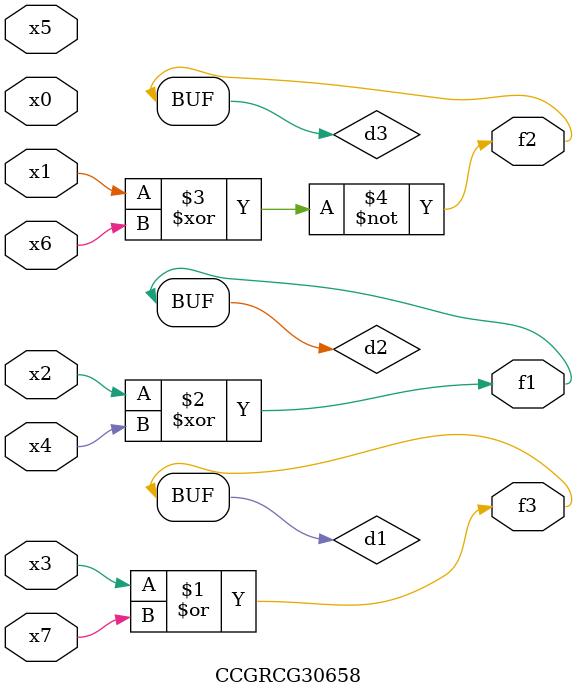
<source format=v>
module CCGRCG30658(
	input x0, x1, x2, x3, x4, x5, x6, x7,
	output f1, f2, f3
);

	wire d1, d2, d3;

	or (d1, x3, x7);
	xor (d2, x2, x4);
	xnor (d3, x1, x6);
	assign f1 = d2;
	assign f2 = d3;
	assign f3 = d1;
endmodule

</source>
